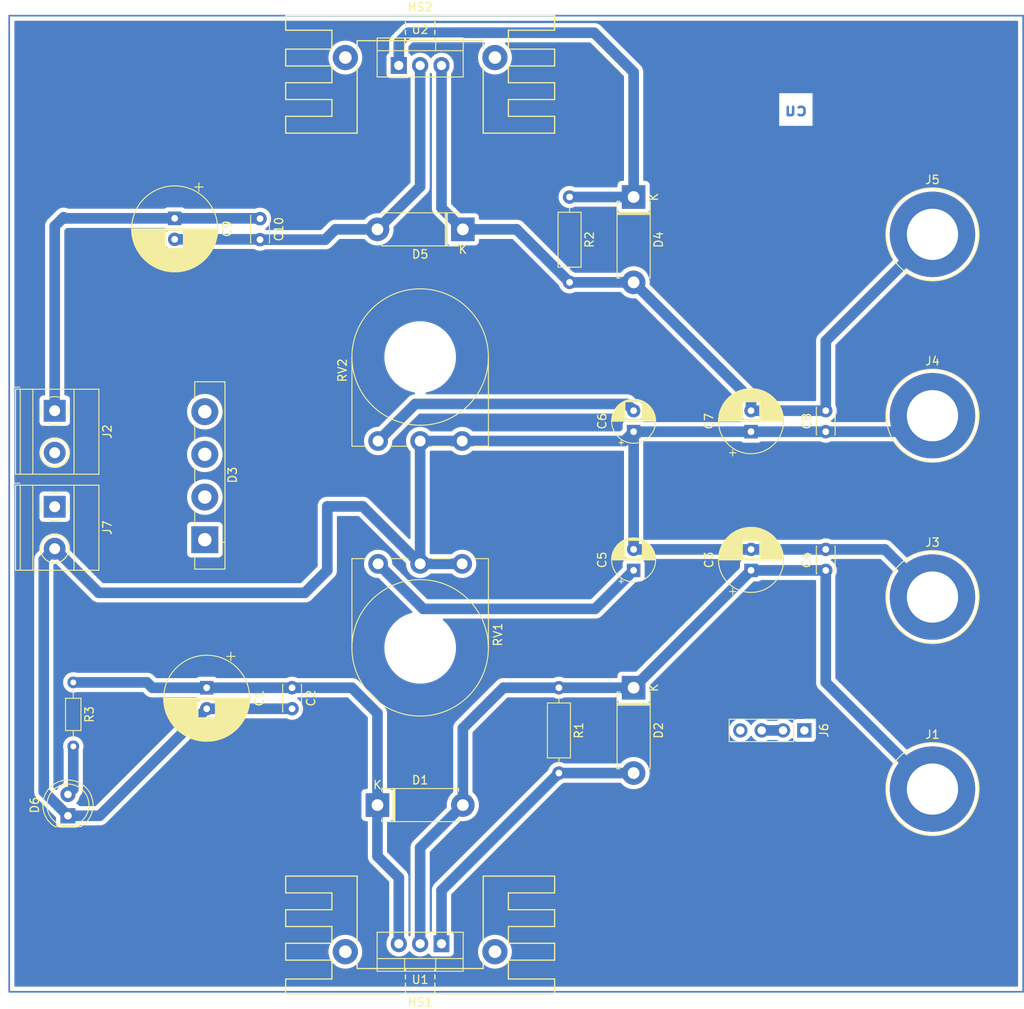
<source format=kicad_pcb>
(kicad_pcb (version 20211014) (generator pcbnew)
  (layers (0 "F.Cu" signal) (31 "B.Cu" signal) (34 "B.Paste" user) (35 "F.Paste" user) (36 "B.SilkS" user "B.Silkscreen") (37 "F.SilkS" user "F.Silkscreen") (38 "B.Mask" user) (39 "F.Mask" user) (44 "Edge.Cuts" user))
  (net 0 "")
  (net 1 "Net-(C1-Pad1)")
  (net 2 "Net-(D3-Pad2)")
  (net 3 "Net-(D3-Pad3)")
  (net 4 "Net-(C10-Pad2)")
  (net 5 "Net-(C5-Pad1)")
  (net 6 "Net-(C3-Pad1)")
  (net 7 "Net-(D4-Pad1)")
  (net 8 "Net-(C7-Pad2)")
  (net 9 "GND")
  (net 10 "Net-(D6-Pad2)")
  (net 11 "/V+")
  (net 12 "/V-")
  (footprint "Diode_THT:D_5W_P10.16mm_Horizontal" (layer "F.Cu") (at 129.54 127 -90)
    (fp_text reference "D2" (at 5.08 -2.97 90) (layer "F.SilkS"))
    (fp_text value "1N4004")
    (fp_text user "K" (at 0 -2.4 90) (layer "F.SilkS"))
    (pad "1" thru_hole rect (at 0 0 270) (size 2.8 2.8) (drill 1.4) (layers *.Cu *.Mask) (net 6 "Net-(C3-Pad1)"))
    (pad "2" thru_hole oval (at 10.16 0 270) (size 2.8 2.8) (drill 1.4) (layers *.Cu *.Mask) (net 5 "Net-(C5-Pad1)"))
  )
  (footprint "LED_THT:LED_D5.0mm" (layer "F.Cu") (at 62.23 142.24 90)
    (fp_text reference "D6" (at 1.27 -3.96 90) (layer "F.SilkS"))
    (fp_text value "D")
    (pad "1" thru_hole rect (at 0 0 90) (size 1.8 1.8) (drill 0.9) (layers *.Cu *.Mask) (net 9 "GND"))
    (pad "2" thru_hole circle (at 2.54 0 90) (size 1.8 1.8) (drill 0.9) (layers *.Cu *.Mask) (net 10 "Net-(D6-Pad2)"))
  )
  (footprint "Package_TO_SOT_THT:TO-220-3_Vertical" (layer "F.Cu") (at 101.6 52.92)
    (fp_text reference "U2" (at 2.54 -4.27) (layer "F.SilkS"))
    (fp_text value "LM337_TO220")
    (pad "1" thru_hole rect (at 0 0) (size 1.905 2) (drill 1.1) (layers *.Cu *.Mask) (net 7 "Net-(D4-Pad1)"))
    (pad "2" thru_hole oval (at 2.54 0) (size 1.905 2) (drill 1.1) (layers *.Cu *.Mask) (net 4 "Net-(C10-Pad2)"))
    (pad "3" thru_hole oval (at 5.08 0) (size 1.905 2) (drill 1.1) (layers *.Cu *.Mask) (net 8 "Net-(C7-Pad2)"))
  )
  (footprint "Resistor_THT:R_Axial_DIN0204_L3.6mm_D1.6mm_P7.62mm_Horizontal" (layer "F.Cu") (at 62.865 126.365 -90)
    (fp_text reference "R3" (at 3.81 -1.92 90) (layer "F.SilkS"))
    (fp_text value "1k")
    (pad "1" thru_hole circle (at 0 0 270) (size 1.4 1.4) (drill 0.7) (layers *.Cu *.Mask) (net 1 "Net-(C1-Pad1)"))
    (pad "2" thru_hole oval (at 7.62 0 270) (size 1.4 1.4) (drill 0.7) (layers *.Cu *.Mask) (net 10 "Net-(D6-Pad2)"))
  )
  (footprint "footprints:Banana_Jack_1Pin" (layer "F.Cu") (at 165.1 139.065)
    (fp_text reference "J1" (at 0 -6.5) (layer "F.SilkS"))
    (fp_text value "Conn_01x01_Male")
    (pad "1" thru_hole circle locked (at 0 0) (size 10.16 10.16) (drill 6.1) (layers *.Cu *.Mask) (net 6 "Net-(C3-Pad1)"))
  )
  (footprint "Potentiometer_THT:Potentiometer_Piher_T-16L_Single_Vertical_Hole" (layer "F.Cu") (at 109.14 97.63 90)
    (fp_text reference "RV2" (at 8.415 -14.25 90) (layer "F.SilkS"))
    (fp_text value "R_Potentiometer")
    (pad "" np_thru_hole circle (at 10 -5 90) (size 7.5 7.5) (drill 7.5) (layers *.Cu *.Mask))
    (pad "1" thru_hole circle (at 0 0 90) (size 2.34 2.34) (drill 1.3) (layers *.Cu *.Mask) (net 9 "GND"))
    (pad "2" thru_hole circle (at 0 -5 90) (size 2.34 2.34) (drill 1.3) (layers *.Cu *.Mask) (net 9 "GND"))
    (pad "3" thru_hole circle (at 0 -10 90) (size 2.34 2.34) (drill 1.3) (layers *.Cu *.Mask) (net 7 "Net-(D4-Pad1)"))
  )
  (footprint "Resistor_THT:R_Axial_DIN0207_L6.3mm_D2.5mm_P10.16mm_Horizontal" (layer "F.Cu") (at 120.65 127 -90)
    (fp_text reference "R1" (at 5.08 -2.37 90) (layer "F.SilkS"))
    (fp_text value "240")
    (pad "1" thru_hole circle (at 0 0 270) (size 1.6 1.6) (drill 0.8) (layers *.Cu *.Mask) (net 6 "Net-(C3-Pad1)"))
    (pad "2" thru_hole oval (at 10.16 0 270) (size 1.6 1.6) (drill 0.8) (layers *.Cu *.Mask) (net 5 "Net-(C5-Pad1)"))
  )
  (footprint "Diode_THT:Diode_Bridge_Vishay_GBU" (layer "F.Cu") (at 78.517 109.377 90)
    (fp_text reference "D3" (at 7.7 3.3 90) (layer "F.SilkS"))
    (fp_text value "GBU4A")
    (pad "1" thru_hole rect (at 0 0 90) (size 3.2 3.2) (drill 1.6) (layers *.Cu *.Mask) (net 1 "Net-(C1-Pad1)"))
    (pad "2" thru_hole circle (at 5.08 0 90) (size 3.2 3.2) (drill 1.6) (layers *.Cu *.Mask) (net 2 "Net-(D3-Pad2)"))
    (pad "3" thru_hole circle (at 10.16 0 90) (size 3.2 3.2) (drill 1.6) (layers *.Cu *.Mask) (net 3 "Net-(D3-Pad3)"))
    (pad "4" thru_hole circle (at 15.24 0 90) (size 3.2 3.2) (drill 1.6) (layers *.Cu *.Mask) (net 4 "Net-(C10-Pad2)"))
  )
  (footprint "footprints:Banana_Jack_1Pin" (layer "F.Cu") (at 165.1 73.025)
    (fp_text reference "J5" (at 0 -6.5) (layer "F.SilkS"))
    (fp_text value "Conn_01x01_Male")
    (pad "1" thru_hole circle locked (at 0 0) (size 10.16 10.16) (drill 6.1) (layers *.Cu *.Mask) (net 8 "Net-(C7-Pad2)"))
  )
  (footprint "Capacitor_THT:C_Disc_D3.0mm_W2.0mm_P2.50mm" (layer "F.Cu") (at 85.09 71.16 -90)
    (fp_text reference "C10" (at 1.25 -2.25 90) (layer "F.SilkS"))
    (fp_text value "100nF")
    (pad "1" thru_hole circle (at 0 0 270) (size 1.6 1.6) (drill 0.8) (layers *.Cu *.Mask) (net 9 "GND"))
    (pad "2" thru_hole circle (at 2.5 0 270) (size 1.6 1.6) (drill 0.8) (layers *.Cu *.Mask) (net 4 "Net-(C10-Pad2)"))
  )
  (footprint "Capacitor_THT:CP_Radial_D5.0mm_P2.50mm" (layer "F.Cu") (at 129.54 96.52 90)
    (fp_text reference "C6" (at 1.25 -3.75 90) (layer "F.SilkS"))
    (fp_text value "10uF")
    (pad "1" thru_hole rect (at 0 0 90) (size 1.6 1.6) (drill 0.8) (layers *.Cu *.Mask) (net 9 "GND"))
    (pad "2" thru_hole circle (at 2.5 0 90) (size 1.6 1.6) (drill 0.8) (layers *.Cu *.Mask) (net 7 "Net-(D4-Pad1)"))
  )
  (footprint "TerminalBlock_Phoenix:TerminalBlock_Phoenix_MKDS-1,5-2_1x02_P5.00mm_Horizontal" (layer "F.Cu") (at 60.655 94.02 -90)
    (fp_text reference "J2" (at 2.5 -6.26 90) (layer "F.SilkS"))
    (fp_text value "Conn_01x02")
    (pad "1" thru_hole rect (at 0 0 270) (size 2.6 2.6) (drill 1.3) (layers *.Cu *.Mask) (net 9 "GND"))
    (pad "2" thru_hole circle (at 5 0 270) (size 2.6 2.6) (drill 1.3) (layers *.Cu *.Mask) (net 2 "Net-(D3-Pad2)"))
  )
  (footprint "TerminalBlock_Phoenix:TerminalBlock_Phoenix_MKDS-1,5-2_1x02_P5.00mm_Horizontal" (layer "F.Cu") (at 60.655 105.45 -90)
    (fp_text reference "J7" (at 2.5 -6.26 90) (layer "F.SilkS"))
    (fp_text value "Conn_01x02")
    (pad "1" thru_hole rect (at 0 0 270) (size 2.6 2.6) (drill 1.3) (layers *.Cu *.Mask) (net 3 "Net-(D3-Pad3)"))
    (pad "2" thru_hole circle (at 5 0 270) (size 2.6 2.6) (drill 1.3) (layers *.Cu *.Mask) (net 9 "GND"))
  )
  (footprint "Package_TO_SOT_THT:TO-220-3_Vertical" (layer "F.Cu") (at 106.68 157.48 180)
    (fp_text reference "U1" (at 2.54 -4.27) (layer "F.SilkS"))
    (fp_text value "LM317_TO-220")
    (pad "1" thru_hole rect (at 0 0 180) (size 1.905 2) (drill 1.1) (layers *.Cu *.Mask) (net 5 "Net-(C5-Pad1)"))
    (pad "2" thru_hole oval (at 2.54 0 180) (size 1.905 2) (drill 1.1) (layers *.Cu *.Mask) (net 6 "Net-(C3-Pad1)"))
    (pad "3" thru_hole oval (at 5.08 0 180) (size 1.905 2) (drill 1.1) (layers *.Cu *.Mask) (net 1 "Net-(C1-Pad1)"))
  )
  (footprint "Connector_PinHeader_2.54mm:PinHeader_1x04_P2.54mm_Vertical" (layer "F.Cu") (at 149.86 132.08 -90)
    (fp_text reference "J6" (at 0 -2.33 90) (layer "F.SilkS"))
    (fp_text value "Conn_01x04")
    (pad "1" thru_hole rect (at 0 0 270) (size 1.7 1.7) (drill 1) (layers *.Cu *.Mask) (net 11 "/V+"))
    (pad "2" thru_hole oval (at 0 2.54 270) (size 1.7 1.7) (drill 1) (layers *.Cu *.Mask) (net 9 "GND"))
    (pad "3" thru_hole oval (at 0 5.08 270) (size 1.7 1.7) (drill 1) (layers *.Cu *.Mask) (net 9 "GND"))
    (pad "4" thru_hole oval (at 0 7.62 270) (size 1.7 1.7) (drill 1) (layers *.Cu *.Mask) (net 12 "/V-"))
  )
  (footprint "footprints:Banana_Jack_1Pin" (layer "F.Cu") (at 165.1 116.205)
    (fp_text reference "J3" (at 0 -6.5) (layer "F.SilkS"))
    (fp_text value "Conn_01x01_Male")
    (pad "1" thru_hole circle locked (at 0 0) (size 10.16 10.16) (drill 6.1) (layers *.Cu *.Mask) (net 9 "GND"))
  )
  (footprint "Diode_THT:D_5W_P10.16mm_Horizontal" (layer "F.Cu") (at 109.22 72.43 180)
    (fp_text reference "D5" (at 5.08 -2.97) (layer "F.SilkS"))
    (fp_text value "1N4004")
    (fp_text user "K" (at 0 -2.4) (layer "F.SilkS"))
    (pad "1" thru_hole rect (at 0 0 180) (size 2.8 2.8) (drill 1.4) (layers *.Cu *.Mask) (net 8 "Net-(C7-Pad2)"))
    (pad "2" thru_hole oval (at 10.16 0 180) (size 2.8 2.8) (drill 1.4) (layers *.Cu *.Mask) (net 4 "Net-(C10-Pad2)"))
  )
  (footprint "Potentiometer_THT:Potentiometer_Piher_T-16L_Single_Vertical_Hole" (layer "F.Cu") (at 99.14 112.25 -90)
    (fp_text reference "RV1" (at 8.415 -14.25 90) (layer "F.SilkS"))
    (fp_text value "R_Potentiometer")
    (pad "" np_thru_hole circle (at 10 -5 270) (size 7.5 7.5) (drill 7.5) (layers *.Cu *.Mask))
    (pad "1" thru_hole circle (at 0 0 270) (size 2.34 2.34) (drill 1.3) (layers *.Cu *.Mask) (net 5 "Net-(C5-Pad1)"))
    (pad "2" thru_hole circle (at 0 -5 270) (size 2.34 2.34) (drill 1.3) (layers *.Cu *.Mask) (net 9 "GND"))
    (pad "3" thru_hole circle (at 0 -10 270) (size 2.34 2.34) (drill 1.3) (layers *.Cu *.Mask) (net 9 "GND"))
  )
  (footprint "Heatsink:Heatsink_Stonecold_HS-132_32x14mm_2xFixation1.5mm" (layer "F.Cu") (at 104.14 158.425 180)
    (fp_text reference "HS1" (at 0 -6) (layer "F.SilkS"))
    (fp_text value "Heatsink")
    (pad "1" thru_hole circle (at -8.9 0 180) (size 3 3) (drill 1.5) (layers *.Cu *.Mask))
    (pad "1" thru_hole circle (at 8.9 0 180) (size 3 3) (drill 1.5) (layers *.Cu *.Mask))
  )
  (footprint "Capacitor_THT:CP_Radial_D10.0mm_P2.50mm" (layer "F.Cu") (at 78.74 127 -90)
    (fp_text reference "C1" (at 1.25 -6.25 90) (layer "F.SilkS"))
    (fp_text value "4700uF")
    (pad "1" thru_hole rect (at 0 0 270) (size 1.6 1.6) (drill 0.8) (layers *.Cu *.Mask) (net 1 "Net-(C1-Pad1)"))
    (pad "2" thru_hole circle (at 2.5 0 270) (size 1.6 1.6) (drill 0.8) (layers *.Cu *.Mask) (net 9 "GND"))
  )
  (footprint "footprints:Banana_Jack_1Pin" (layer "F.Cu") (at 165.1 94.615)
    (fp_text reference "J4" (at 0 -6.5) (layer "F.SilkS"))
    (fp_text value "Conn_01x01_Male")
    (pad "1" thru_hole circle locked (at 0 0) (size 10.16 10.16) (drill 6.1) (layers *.Cu *.Mask) (net 9 "GND"))
  )
  (footprint "Heatsink:Heatsink_Stonecold_HS-132_32x14mm_2xFixation1.5mm" (layer "F.Cu") (at 104.14 51.975)
    (fp_text reference "HS2" (at 0 -6) (layer "F.SilkS"))
    (fp_text value "Heatsink")
    (pad "1" thru_hole circle (at -8.9 0) (size 3 3) (drill 1.5) (layers *.Cu *.Mask))
    (pad "1" thru_hole circle (at 8.9 0) (size 3 3) (drill 1.5) (layers *.Cu *.Mask))
  )
  (footprint "Capacitor_THT:CP_Radial_D7.5mm_P2.50mm" (layer "F.Cu") (at 143.51 113.03 90)
    (fp_text reference "C3" (at 1.25 -5 90) (layer "F.SilkS"))
    (fp_text value "100uF")
    (pad "1" thru_hole rect (at 0 0 90) (size 1.6 1.6) (drill 0.8) (layers *.Cu *.Mask) (net 6 "Net-(C3-Pad1)"))
    (pad "2" thru_hole circle (at 2.5 0 90) (size 1.6 1.6) (drill 0.8) (layers *.Cu *.Mask) (net 9 "GND"))
  )
  (footprint "Diode_THT:D_5W_P10.16mm_Horizontal" (layer "F.Cu") (at 129.54 68.58 -90)
    (fp_text reference "D4" (at 5.08 -2.97 90) (layer "F.SilkS"))
    (fp_text value "1N4004")
    (fp_text user "K" (at 0 -2.4 90) (layer "F.SilkS"))
    (pad "1" thru_hole rect (at 0 0 270) (size 2.8 2.8) (drill 1.4) (layers *.Cu *.Mask) (net 7 "Net-(D4-Pad1)"))
    (pad "2" thru_hole oval (at 10.16 0 270) (size 2.8 2.8) (drill 1.4) (layers *.Cu *.Mask) (net 8 "Net-(C7-Pad2)"))
  )
  (footprint "Capacitor_THT:CP_Radial_D7.5mm_P2.50mm" (layer "F.Cu") (at 143.51 96.52 90)
    (fp_text reference "C7" (at 1.25 -5 90) (layer "F.SilkS"))
    (fp_text value "100uF")
    (pad "1" thru_hole rect (at 0 0 90) (size 1.6 1.6) (drill 0.8) (layers *.Cu *.Mask) (net 9 "GND"))
    (pad "2" thru_hole circle (at 2.5 0 90) (size 1.6 1.6) (drill 0.8) (layers *.Cu *.Mask) (net 8 "Net-(C7-Pad2)"))
  )
  (footprint "Resistor_THT:R_Axial_DIN0207_L6.3mm_D2.5mm_P10.16mm_Horizontal" (layer "F.Cu") (at 121.92 68.58 -90)
    (fp_text reference "R2" (at 5.08 -2.37 90) (layer "F.SilkS"))
    (fp_text value "240")
    (pad "1" thru_hole circle (at 0 0 270) (size 1.6 1.6) (drill 0.8) (layers *.Cu *.Mask) (net 7 "Net-(D4-Pad1)"))
    (pad "2" thru_hole oval (at 10.16 0 270) (size 1.6 1.6) (drill 0.8) (layers *.Cu *.Mask) (net 8 "Net-(C7-Pad2)"))
  )
  (footprint "Capacitor_THT:CP_Radial_D5.0mm_P2.50mm" (layer "F.Cu") (at 129.54 113.03 90)
    (fp_text reference "C5" (at 1.25 -3.75 90) (layer "F.SilkS"))
    (fp_text value "10uF")
    (pad "1" thru_hole rect (at 0 0 90) (size 1.6 1.6) (drill 0.8) (layers *.Cu *.Mask) (net 5 "Net-(C5-Pad1)"))
    (pad "2" thru_hole circle (at 2.5 0 90) (size 1.6 1.6) (drill 0.8) (layers *.Cu *.Mask) (net 9 "GND"))
  )
  (footprint "Capacitor_THT:C_Disc_D3.0mm_W2.0mm_P2.50mm" (layer "F.Cu") (at 88.9 127 -90)
    (fp_text reference "C2" (at 1.25 -2.25 90) (layer "F.SilkS"))
    (fp_text value "100nF")
    (pad "1" thru_hole circle (at 0 0 270) (size 1.6 1.6) (drill 0.8) (layers *.Cu *.Mask) (net 1 "Net-(C1-Pad1)"))
    (pad "2" thru_hole circle (at 2.5 0 270) (size 1.6 1.6) (drill 0.8) (layers *.Cu *.Mask) (net 9 "GND"))
  )
  (footprint "Capacitor_THT:C_Disc_D3.0mm_W2.0mm_P2.50mm" (layer "F.Cu") (at 152.4 113.03 90)
    (fp_text reference "C4" (at 1.25 -2.25 90) (layer "F.SilkS"))
    (fp_text value "100nF")
    (pad "1" thru_hole circle (at 0 0 90) (size 1.6 1.6) (drill 0.8) (layers *.Cu *.Mask) (net 6 "Net-(C3-Pad1)"))
    (pad "2" thru_hole circle (at 2.5 0 90) (size 1.6 1.6) (drill 0.8) (layers *.Cu *.Mask) (net 9 "GND"))
  )
  (footprint "Diode_THT:D_5W_P10.16mm_Horizontal" (layer "F.Cu") (at 99.06 140.97)
    (fp_text reference "D1" (at 5.08 -2.97) (layer "F.SilkS"))
    (fp_text value "1N4004")
    (fp_text user "K" (at 0 -2.4) (layer "F.SilkS"))
    (pad "1" thru_hole rect (at 0 0) (size 2.8 2.8) (drill 1.4) (layers *.Cu *.Mask) (net 1 "Net-(C1-Pad1)"))
    (pad "2" thru_hole oval (at 10.16 0) (size 2.8 2.8) (drill 1.4) (layers *.Cu *.Mask) (net 6 "Net-(C3-Pad1)"))
  )
  (footprint "Capacitor_THT:C_Disc_D3.0mm_W2.0mm_P2.50mm" (layer "F.Cu") (at 152.4 96.52 90)
    (fp_text reference "C8" (at 1.25 -2.25 90) (layer "F.SilkS"))
    (fp_text value "100nF")
    (pad "1" thru_hole circle (at 0 0 90) (size 1.6 1.6) (drill 0.8) (layers *.Cu *.Mask) (net 9 "GND"))
    (pad "2" thru_hole circle (at 2.5 0 90) (size 1.6 1.6) (drill 0.8) (layers *.Cu *.Mask) (net 8 "Net-(C7-Pad2)"))
  )
  (footprint "Capacitor_THT:CP_Radial_D10.0mm_P2.50mm" (layer "F.Cu") (at 74.93 71.12 -90)
    (fp_text reference "C9" (at 1.25 -6.25 90) (layer "F.SilkS"))
    (fp_text value "4700uF")
    (pad "1" thru_hole rect (at 0 0 270) (size 1.6 1.6) (drill 0.8) (layers *.Cu *.Mask) (net 9 "GND"))
    (pad "2" thru_hole circle (at 2.5 0 270) (size 1.6 1.6) (drill 0.8) (layers *.Cu *.Mask) (net 4 "Net-(C10-Pad2)"))
  )
  (gr_rect (start 55.245 46.99) (end 175.895 163.195) (layer "B.Cu") (width 0.2) (fill none))
  (gr_text "cu" (at 148.844 58.166) (layer "B.Cu") (effects (font (size 1.5 1.5) (thickness 0.3)) (justify mirror)))
  (segment (start 101.6 149.606) (end 99.06 147.066) (width 1.27) (layer "B.Cu") (net 1))
  (segment (start 101.6 157.48) (end 101.6 149.606) (width 1.27) (layer "B.Cu") (net 1))
  (segment (start 99.06 147.066) (end 99.06 140.97) (width 1.27) (layer "B.Cu") (net 1))
  (segment (start 99.06 130.048) (end 99.06 140.97) (width 1.27) (layer "B.Cu") (net 1))
  (segment (start 62.865 126.365) (end 71.628 126.365) (width 1.27) (layer "B.Cu") (net 1))
  (segment (start 71.628 126.365) (end 72.263 127) (width 1.27) (layer "B.Cu") (net 1))
  (segment (start 88.9 127) (end 96.012 127) (width 1.27) (layer "B.Cu") (net 1))
  (segment (start 72.263 127) (end 78.74 127) (width 1.27) (layer "B.Cu") (net 1))
  (segment (start 96.012 127) (end 99.06 130.048) (width 1.27) (layer "B.Cu") (net 1))
  (segment (start 78.74 127) (end 88.9 127) (width 1.27) (layer "B.Cu") (net 1))
  (segment (start 94.067 72.43) (end 92.837 73.66) (width 1.27) (layer "B.Cu") (net 4))
  (segment (start 104.14 52.92) (end 104.14 67.35) (width 1.27) (layer "B.Cu") (net 4))
  (segment (start 74.93 73.62) (end 85.05 73.62) (width 1.27) (layer "B.Cu") (net 4))
  (segment (start 85.05 73.62) (end 85.09 73.66) (width 1.27) (layer "B.Cu") (net 4))
  (segment (start 92.837 73.66) (end 85.09 73.66) (width 1.27) (layer "B.Cu") (net 4))
  (segment (start 99.06 72.43) (end 94.067 72.43) (width 1.27) (layer "B.Cu") (net 4))
  (segment (start 104.14 67.35) (end 99.06 72.43) (width 1.27) (layer "B.Cu") (net 4))
  (segment (start 106.68 151.13) (end 120.65 137.16) (width 1.27) (layer "B.Cu") (net 5))
  (segment (start 104.505479 117.615479) (end 99.14 112.25) (width 1.27) (layer "B.Cu") (net 5))
  (segment (start 106.68 157.48) (end 106.68 151.13) (width 1.27) (layer "B.Cu") (net 5))
  (segment (start 124.954521 117.615479) (end 104.505479 117.615479) (width 1.27) (layer "B.Cu") (net 5))
  (segment (start 129.54 113.03) (end 124.954521 117.615479) (width 1.27) (layer "B.Cu") (net 5))
  (segment (start 120.65 137.16) (end 129.54 137.16) (width 1.27) (layer "B.Cu") (net 5))
  (segment (start 129.54 127) (end 143.51 113.03) (width 1.27) (layer "B.Cu") (net 6))
  (segment (start 143.51 113.03) (end 152.4 113.03) (width 1.27) (layer "B.Cu") (net 6))
  (segment (start 152.4 126.365) (end 165.1 139.065) (width 1.27) (layer "B.Cu") (net 6))
  (segment (start 120.65 127) (end 129.54 127) (width 1.27) (layer "B.Cu") (net 6))
  (segment (start 109.22 140.97) (end 109.22 131.826) (width 1.27) (layer "B.Cu") (net 6))
  (segment (start 152.4 113.03) (end 152.4 126.365) (width 1.27) (layer "B.Cu") (net 6))
  (segment (start 114.046 127) (end 120.65 127) (width 1.27) (layer "B.Cu") (net 6))
  (segment (start 109.22 131.826) (end 114.046 127) (width 1.27) (layer "B.Cu") (net 6))
  (segment (start 104.14 157.48) (end 104.14 146.05) (width 1.27) (layer "B.Cu") (net 6))
  (segment (start 104.14 146.05) (end 109.22 140.97) (width 1.27) (layer "B.Cu") (net 6))
  (segment (start 102.743 49.022) (end 124.841 49.022) (width 1.27) (layer "B.Cu") (net 7))
  (segment (start 124.841 49.022) (end 129.54 53.721) (width 1.27) (layer "B.Cu") (net 7))
  (segment (start 101.6 52.92) (end 101.6 50.165) (width 1.27) (layer "B.Cu") (net 7))
  (segment (start 103.552 93.218) (end 99.14 97.63) (width 1.27) (layer "B.Cu") (net 7))
  (segment (start 101.6 50.165) (end 102.743 49.022) (width 1.27) (layer "B.Cu") (net 7))
  (segment (start 129.54 53.721) (end 129.54 68.58) (width 1.27) (layer "B.Cu") (net 7))
  (segment (start 129.54 94.02) (end 128.738 93.218) (width 1.27) (layer "B.Cu") (net 7))
  (segment (start 128.738 93.218) (end 103.552 93.218) (width 1.27) (layer "B.Cu") (net 7))
  (segment (start 121.92 68.58) (end 129.54 68.58) (width 1.27) (layer "B.Cu") (net 7))
  (segment (start 129.54 78.74) (end 143.51 92.71) (width 1.27) (layer "B.Cu") (net 8))
  (segment (start 121.92 78.74) (end 129.54 78.74) (width 1.27) (layer "B.Cu") (net 8))
  (segment (start 106.68 69.89) (end 109.22 72.43) (width 1.27) (layer "B.Cu") (net 8))
  (segment (start 106.68 52.92) (end 106.68 69.89) (width 1.27) (layer "B.Cu") (net 8))
  (segment (start 143.51 92.71) (end 143.51 94.02) (width 1.27) (layer "B.Cu") (net 8))
  (segment (start 152.4 85.725) (end 165.1 73.025) (width 1.27) (layer "B.Cu") (net 8))
  (segment (start 143.51 94.02) (end 152.4 94.02) (width 1.27) (layer "B.Cu") (net 8))
  (segment (start 109.22 72.43) (end 115.61 72.43) (width 1.27) (layer "B.Cu") (net 8))
  (segment (start 152.4 94.02) (end 152.4 85.725) (width 1.27) (layer "B.Cu") (net 8))
  (segment (start 115.61 72.43) (end 121.92 78.74) (width 1.27) (layer "B.Cu") (net 8))
  (segment (start 129.54 110.53) (end 129.54 96.52) (width 1.27) (layer "B.Cu") (net 9))
  (segment (start 128.43 97.63) (end 129.54 96.52) (width 1.27) (layer "B.Cu") (net 9))
  (segment (start 143.51 96.52) (end 152.4 96.52) (width 1.27) (layer "B.Cu") (net 9))
  (segment (start 59.355 139.365) (end 59.355 111.75) (width 1.27) (layer "B.Cu") (net 9))
  (segment (start 152.4 110.53) (end 159.425 110.53) (width 1.27) (layer "B.Cu") (net 9))
  (segment (start 163.195 96.52) (end 165.1 94.615) (width 1.27) (layer "B.Cu") (net 9))
  (segment (start 97.3 105.41) (end 104.14 112.25) (width 1.27) (layer "B.Cu") (net 9))
  (segment (start 109.14 97.63) (end 128.43 97.63) (width 1.27) (layer "B.Cu") (net 9))
  (segment (start 159.425 110.53) (end 165.1 116.205) (width 1.27) (layer "B.Cu") (net 9))
  (segment (start 62.23 142.24) (end 59.355 139.365) (width 1.27) (layer "B.Cu") (net 9))
  (segment (start 59.355 111.75) (end 60.655 110.45) (width 1.27) (layer "B.Cu") (net 9))
  (segment (start 60.655 94.02) (end 60.655 72.06) (width 1.27) (layer "B.Cu") (net 9))
  (segment (start 93.091 105.41) (end 97.3 105.41) (width 1.27) (layer "B.Cu") (net 9))
  (segment (start 104.14 112.25) (end 109.14 112.25) (width 1.27) (layer "B.Cu") (net 9))
  (segment (start 74.93 71.12) (end 85.05 71.12) (width 1.27) (layer "B.Cu") (net 9))
  (segment (start 60.655 110.45) (end 65.902 115.697) (width 1.27) (layer "B.Cu") (net 9))
  (segment (start 104.14 112.25) (end 104.14 97.63) (width 1.27) (layer "B.Cu") (net 9))
  (segment (start 93.091 113.03) (end 93.091 105.41) (width 1.27) (layer "B.Cu") (net 9))
  (segment (start 143.51 110.53) (end 129.54 110.53) (width 1.27) (layer "B.Cu") (net 9))
  (segment (start 88.9 129.5) (end 78.74 129.5) (width 1.27) (layer "B.Cu") (net 9))
  (segment (start 85.05 71.12) (end 85.09 71.16) (width 1.27) (layer "B.Cu") (net 9))
  (segment (start 61.849 71.12) (end 74.93 71.12) (width 1.27) (layer "B.Cu") (net 9))
  (segment (start 61.722 70.993) (end 61.849 71.12) (width 1.27) (layer "B.Cu") (net 9))
  (segment (start 62.23 142.24) (end 66 142.24) (width 1.27) (layer "B.Cu") (net 9))
  (segment (start 143.51 110.53) (end 152.4 110.53) (width 1.27) (layer "B.Cu") (net 9))
  (segment (start 66 142.24) (end 78.74 129.5) (width 1.27) (layer "B.Cu") (net 9))
  (segment (start 129.54 96.52) (end 143.51 96.52) (width 1.27) (layer "B.Cu") (net 9))
  (segment (start 65.902 115.697) (end 90.424 115.697) (width 1.27) (layer "B.Cu") (net 9))
  (segment (start 60.655 72.06) (end 61.722 70.993) (width 1.27) (layer "B.Cu") (net 9))
  (segment (start 152.4 96.52) (end 163.195 96.52) (width 1.27) (layer "B.Cu") (net 9))
  (segment (start 104.14 97.63) (end 109.14 97.63) (width 1.27) (layer "B.Cu") (net 9))
  (segment (start 144.78 132.08) (end 147.32 132.08) (width 1.27) (layer "B.Cu") (net 9))
  (segment (start 90.424 115.697) (end 93.091 113.03) (width 1.27) (layer "B.Cu") (net 9))
  (segment (start 62.865 139.065) (end 62.23 139.7) (width 1.27) (layer "B.Cu") (net 10))
  (segment (start 62.865 133.985) (end 62.865 139.065) (width 1.27) (layer "B.Cu") (net 10))
  (zone (net 0) (net_name "") (layer "B.Cu") (connect_pads (clearance 0.508)) (min_thickness 0.254) (fill yes (thermal_gap 0.508) (thermal_bridge_width 0.508))
    (polygon (pts (xy 175.895 163.195) (xy 55.245 163.195) (xy 55.245 46.99) (xy 175.895 46.99)))
  )
)
</source>
